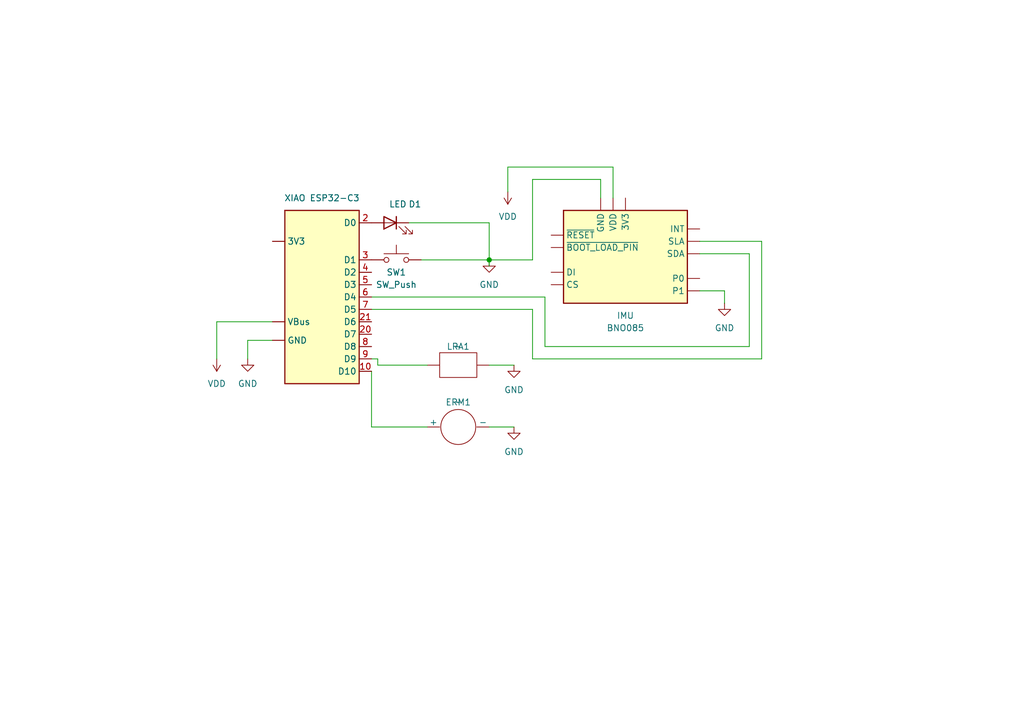
<source format=kicad_sch>
(kicad_sch (version 20250114) (generator "eeschema") (generator_version "9.0")
  (paper "A5")
  (title_block (title "Simplified coaching device") (date "2025-05-08"))
  (lib_symbols
    (symbol "Device:ERM" (pin_numbers (hide yes)) (pin_names (offset 0))
      (property "Reference" "ERM1" (at 0 5.08 0))
      (property "Value" "~" (at 0 5.08 0))
      (symbol "ERM_0_1"
        (circle (center 0 0) (radius 3.5921))
      )
      (symbol "ERM_1_1"
        (pin input line (at -6.35 0 0) (length 2.54) (name "+") (number ""))
        (pin input line (at 6.35 0 180) (length 2.54) (name "-") (number ""))
      )
    )
    (symbol "Device:LED" (pin_numbers (hide yes)) (pin_names (offset 1.016) (hide yes))
      (property "Reference" "D" (at 0 2.54 0))
      (property "Value" "LED" (at 0 -2.54 0))
      (symbol "LED_0_1"
        (polyline (pts (xy -3.048 -0.762) (xy -4.572 -2.286) (xy -3.81 -2.286) (xy -4.572 -2.286) (xy -4.572 -1.524)))
        (polyline (pts (xy -1.778 -0.762) (xy -3.302 -2.286) (xy -2.54 -2.286) (xy -3.302 -2.286) (xy -3.302 -1.524)))
        (polyline (pts (xy -1.27 0) (xy 1.27 0)))
        (polyline (pts (xy -1.27 -1.27) (xy -1.27 1.27)) (stroke (width 0.254)))
        (polyline (pts (xy 1.27 -1.27) (xy 1.27 1.27) (xy -1.27 0) (xy 1.27 -1.27)) (stroke (width 0.254)))
      )
      (symbol "LED_1_1"
        (pin passive line (at -3.81 0 0) (length 2.54) (name "K") (number "1"))
        (pin passive line (at 3.81 0 180) (length 2.54) (name "A") (number "2"))
      )
    )
    (symbol "Device:LRA" (pin_numbers (hide yes)) (pin_names (offset 0) (hide yes))
      (property "Reference" "LRA1" (at 0 3.81 0))
      (property "Value" "~" (at 0 3.81 0))
      (symbol "LRA_0_1"
        (rectangle (start -3.81 2.54) (end 3.81 -2.54))
      )
      (symbol "LRA_1_1"
        (pin input line (at -6.35 0 0) (length 2.54) (name "+") (number ""))
        (pin input line (at 6.35 0 180) (length 2.54) (name "-") (number ""))
      )
    )
    (symbol "RF_Module:WEMOS_C3_mini"
      (property "Value" "XIAO ESP32-C3" (at 0 20.32 0))
      (symbol "WEMOS_C3_mini_1_1"
        (rectangle (start -7.62 17.78) (end 7.62 -17.78) (stroke (width 0.254)) (fill (type background)))
        (pin power_out line (at -10.16 11.43 0) (length 2.54) (name "3V3") (number ""))
        (pin power_in line (at -10.16 -5.08 0) (length 2.54) (name "VBus") (number ""))
        (pin power_in line (at -10.16 -8.89 0) (length 2.54) (name "GND") (number ""))
        (pin bidirectional line (at 10.16 15.24 180) (length 2.54) (name "D0") (number "2"))
        (pin bidirectional line (at 10.16 7.62 180) (length 2.54) (name "D1") (number "3"))
        (pin bidirectional line (at 10.16 5.08 180) (length 2.54) (name "D2") (number "4"))
        (pin bidirectional line (at 10.16 2.54 180) (length 2.54) (name "D3") (number "5"))
        (pin bidirectional line (at 10.16 0 180) (length 2.54) (name "D4") (number "6"))
        (pin bidirectional line (at 10.16 -2.54 180) (length 2.54) (name "D5") (number "7"))
        (pin bidirectional line (at 10.16 -5.08 180) (length 2.54) (name "D6") (number "21"))
        (pin bidirectional line (at 10.16 -7.62 180) (length 2.54) (name "D7") (number "20"))
        (pin bidirectional line (at 10.16 -10.16 180) (length 2.54) (name "D8") (number "8"))
        (pin bidirectional line (at 10.16 -12.7 180) (length 2.54) (name "D9") (number "9"))
        (pin bidirectional line (at 10.16 -15.24 180) (length 2.54) (name "D10") (number "10"))
      )
    )
    (symbol "Sensor_Motion:BNO055"
      (property "Reference" "IMU" (at 0 -6.35 0))
      (property "Value" "BNO085" (at 0 -8.89 0))
      (symbol "BNO055_0_1"
        (rectangle (start -12.7 15.24) (end 12.7 -3.81) (stroke (width 0.254)) (fill (type background)))
      )
      (symbol "BNO055_1_1"
        (pin input line (at -15.24 10.16 0) (length 2.54) (name "~{RESET}") (number ""))
        (pin input line (at -15.24 7.62 0) (length 2.54) (name "~{BOOT_LOAD_PIN}") (number ""))
        (pin bidirectional line (at -15.24 2.54 0) (length 2.54) (name "DI") (number ""))
        (pin bidirectional line (at -15.24 0 0) (length 2.54) (name "CS") (number ""))
        (pin no_connect line (at -12.7 10.16 0) (length 2.54) (hide yes) (name "PIN1") (number "1"))
        (pin no_connect line (at -12.7 5.08 0) (length 2.54) (hide yes) (name "PIN7") (number "7"))
        (pin no_connect line (at -12.7 -3.81 0) (length 2.54) (hide yes) (name "PIN8") (number "8"))
        (pin power_in line (at -5.08 17.78 270) (length 2.54) (name "GND") (number ""))
        (pin power_in line (at -2.54 17.78 270) (length 2.54) (name "VDD") (number ""))
        (pin power_in line (at 0 17.78 270) (length 2.54) (name "3V3") (number ""))
        (pin no_connect line (at 5.08 -6.35 90) (length 2.54) (hide yes) (name "PIN15") (number "15"))
        (pin no_connect line (at 7.62 -6.35 90) (length 2.54) (hide yes) (name "PIN16") (number "16"))
        (pin no_connect line (at 12.7 10.16 180) (length 2.54) (hide yes) (name "PIN12") (number "12"))
        (pin no_connect line (at 12.7 7.62 180) (length 2.54) (hide yes) (name "PIN13") (number "13"))
        (pin no_connect line (at 12.7 5.08 180) (length 2.54) (hide yes) (name "PIN21") (number "21"))
        (pin no_connect line (at 12.7 2.54 180) (length 2.54) (hide yes) (name "PIN22") (number "22"))
        (pin no_connect line (at 12.7 -3.81 180) (length 2.54) (hide yes) (name "PIN23") (number "23"))
        (pin no_connect line (at 12.7 -3.81 180) (length 2.54) (hide yes) (name "PIN24") (number "24"))
        (pin output line (at 15.24 11.43 180) (length 2.54) (name "INT") (number ""))
        (pin bidirectional line (at 15.24 8.89 180) (length 2.54) (name "SLA") (number ""))
        (pin bidirectional line (at 15.24 6.35 180) (length 2.54) (name "SDA") (number ""))
        (pin input line (at 15.24 1.27 180) (length 2.54) (name "P0") (number ""))
        (pin input line (at 15.24 -1.27 180) (length 2.54) (name "P1") (number ""))
      )
    )
    (symbol "Switch:SW_Push" (pin_numbers (hide yes)) (pin_names (offset 1.016) (hide yes))
      (property "Reference" "SW1" (at 0 -2.54 0))
      (property "Value" "SW_Push" (at 0 -5.08 0))
      (symbol "SW_Push_0_1"
        (circle (center -2.032 0) (radius 0.508))
        (polyline (pts (xy 0 1.27) (xy 0 3.048)))
        (circle (center 2.032 0) (radius 0.508))
        (polyline (pts (xy 2.54 1.27) (xy -2.54 1.27)))
        (pin passive line (at -5.08 0 0) (length 2.54) (name "1") (number "1"))
        (pin passive line (at 5.08 0 180) (length 2.54) (name "2") (number "2"))
      )
    )
    (symbol "power:GND" (power) (pin_numbers (hide yes)) (pin_names (offset 0) (hide yes))
      (property "Value" "GND" (at 0 -3.81 0))
      (symbol "GND_0_1"
        (polyline (pts (xy 0 0) (xy 0 -1.27) (xy 1.27 -1.27) (xy 0 -2.54) (xy -1.27 -1.27) (xy 0 -1.27)))
      )
      (symbol "GND_1_1"
        (pin power_in line (at 0 0 270) (length 0) (name "~") (number "1"))
      )
    )
    (symbol "power:VDD" (power) (pin_numbers (hide yes)) (pin_names (offset 0) (hide yes))
      (property "Value" "VDD" (at 0 3.556 0))
      (symbol "VDD_0_1"
        (polyline (pts (xy -0.762 1.27) (xy 0 2.54)))
        (polyline (pts (xy 0 2.54) (xy 0.762 1.27)))
        (polyline (pts (xy 0 0) (xy 0 2.54)))
      )
      (symbol "VDD_1_1"
        (pin power_in line (at 0 0 90) (length 0) (name "~") (number "1"))
      )
    )
  )
  (junction (at 100.33 53.34))
  (wire (pts (xy 123.19 36.83) (xy 123.19 40.64)))
  (wire (pts (xy 156.21 73.66) (xy 156.21 49.53)))
  (wire (pts (xy 77.47 74.93) (xy 77.47 73.66)))
  (wire (pts (xy 86.36 53.34) (xy 100.33 53.34)))
  (wire (pts (xy 109.22 73.66) (xy 156.21 73.66)))
  (wire (pts (xy 104.14 34.29) (xy 104.14 39.37)))
  (wire (pts (xy 44.45 73.66) (xy 44.45 66.04)))
  (wire (pts (xy 44.45 66.04) (xy 55.88 66.04)))
  (wire (pts (xy 111.76 60.96) (xy 111.76 71.12)))
  (wire (pts (xy 87.63 74.93) (xy 77.47 74.93)))
  (wire (pts (xy 153.67 52.07) (xy 143.51 52.07)))
  (wire (pts (xy 109.22 53.34) (xy 100.33 53.34)))
  (wire (pts (xy 76.2 76.2) (xy 76.2 87.63)))
  (wire (pts (xy 83.82 45.72) (xy 100.33 45.72)))
  (wire (pts (xy 111.76 71.12) (xy 153.67 71.12)))
  (wire (pts (xy 76.2 87.63) (xy 87.63 87.63)))
  (wire (pts (xy 123.19 36.83) (xy 109.22 36.83)))
  (wire (pts (xy 100.33 53.34) (xy 100.33 54.61)))
  (wire (pts (xy 100.33 45.72) (xy 100.33 53.34)))
  (wire (pts (xy 55.88 69.85) (xy 50.8 69.85)))
  (wire (pts (xy 143.51 59.69) (xy 148.59 59.69)))
  (wire (pts (xy 109.22 63.5) (xy 109.22 73.66)))
  (wire (pts (xy 125.73 40.64) (xy 125.73 34.29)))
  (wire (pts (xy 143.51 49.53) (xy 156.21 49.53)))
  (wire (pts (xy 148.59 59.69) (xy 148.59 62.23)))
  (wire (pts (xy 100.33 87.63) (xy 105.41 87.63)))
  (wire (pts (xy 125.73 34.29) (xy 104.14 34.29)))
  (wire (pts (xy 153.67 71.12) (xy 153.67 52.07)))
  (wire (pts (xy 76.2 63.5) (xy 109.22 63.5)))
  (wire (pts (xy 109.22 36.83) (xy 109.22 53.34)))
  (wire (pts (xy 100.33 74.93) (xy 105.41 74.93)))
  (wire (pts (xy 77.47 73.66) (xy 76.2 73.66)))
  (wire (pts (xy 50.8 69.85) (xy 50.8 73.66)))
  (wire (pts (xy 76.2 60.96) (xy 111.76 60.96)))
  (symbol (lib_id "Switch:SW_Push") (at 81.28 53.34 0) (unit 1)
    (property "Reference" "SW1" (at 81.28 55.88 0))
    (property "Value" "SW_Push" (at 81.28 58.42 0))
    (property "Description" "Push button switch, generic, two pins" (effects (hide yes)))
  )
  (symbol (lib_id "Device:LED") (at 80.01 45.72 0) (mirror y) (unit 1)
    (property "Reference" "D1" (at 85.09 41.91 0))
    (property "Value" "LED" (at 81.5975 41.91 0))
    (property "Description" "Light emitting diode" (effects (hide yes)))
    (property "Sim.Pins" "1=K 2=A" (effects (hide yes)))
  )
  (symbol (lib_id "power:GND") (at 105.41 74.93 0) (unit 1)
    (property "Reference" "#PWR09" (effects (hide yes)))
    (property "Value" "GND" (at 105.41 80.01 0))
    (property "Description" "Power symbol creates a global label with name \"GND\" , ground" (effects (hide yes)))
  )
  (symbol (lib_id "power:GND") (at 105.41 87.63 0) (unit 1)
    (property "Reference" "#PWR08" (effects (hide yes)))
    (property "Value" "GND" (at 105.41 92.71 0))
    (property "Description" "Power symbol creates a global label with name \"GND\" , ground" (effects (hide yes)))
  )
  (symbol (lib_id "RF_Module:WEMOS_C3_mini") (at 66.04 60.96 0) (unit 1)
    (property "Reference" "U1" (effects (hide yes)))
    (property "Value" "XIAO ESP32-C3" (at 66.04 40.64 0))
    (property "Footprint" "RF_Module:WEMOS_C3_mini" (effects (hide yes)))
    (property "Datasheet" "https://wiki.seeedstudio.com/XIAO_ESP32C3_Getting_Started/" (effects (hide yes)))
    (property "Description" "32-bit microcontroller module with WiFi and BLE" (effects (hide yes)))
  )
  (symbol (lib_id "power:GND") (at 50.8 73.66 0) (unit 1)
    (property "Reference" "#PWR03" (effects (hide yes)))
    (property "Value" "GND" (at 50.8 78.74 0))
    (property "Description" "Power symbol creates a global label with name \"GND\" , ground" (effects (hide yes)))
  )
  (symbol (lib_id "power:GND") (at 100.33 53.34 0) (unit 1)
    (property "Reference" "#PWR07" (effects (hide yes)))
    (property "Value" "GND" (at 100.33 58.42 0))
    (property "Description" "Power symbol creates a global label with name \"GND\" , ground" (effects (hide yes)))
  )
  (symbol (lib_id "power:VDD") (at 104.14 39.37 0) (mirror x) (unit 1)
    (property "Reference" "#PWR05" (effects (hide yes)))
    (property "Value" "VDD" (at 104.14 44.45 0))
    (property "Description" "Power symbol creates a global label with name \"VDD\"" (effects (hide yes)))
  )
  (symbol (lib_id "power:VDD") (at 44.45 73.66 0) (mirror x) (unit 1)
    (property "Reference" "#PWR06" (effects (hide yes)))
    (property "Value" "VDD" (at 44.45 78.74 0))
    (property "Description" "Power symbol creates a global label with name \"VDD\"" (effects (hide yes)))
  )
  (symbol (lib_id "power:GND") (at 148.59 62.23 0) (unit 1)
    (property "Reference" "#PWR01" (effects (hide yes)))
    (property "Value" "GND" (at 148.59 67.31 0))
    (property "Description" "Power symbol creates a global label with name \"GND\" , ground" (effects (hide yes)))
  )
  (symbol (lib_id "Device:LRA") (at 93.98 74.93 0) (unit 1)
    (property "Reference" "LRA1" (at 93.98 71.12 0))
    (property "Value" "~" (at 93.98 71.12 0))
  )
  (symbol (lib_id "Sensor_Motion:BNO055") (at 128.27 58.42 0) (unit 1)
    (property "Reference" "IMU" (at 128.27 64.77 0))
    (property "Value" "BNO085" (at 128.27 67.31 0))
    (property "Datasheet" "https://github.com/adafruit/Adafruit-BNO08x-PCB" (effects (hide yes)))
    (property "Description" "Intelligent 9-axis absolute orientation sensor, LGA-28" (effects (hide yes)))
  )
  (symbol (lib_id "Device:ERM") (at 93.98 87.63 0) (unit 1)
    (property "Reference" "ERM1" (at 93.98 82.55 0))
    (property "Value" "~" (at 93.98 82.55 0))
  )
)
</source>
